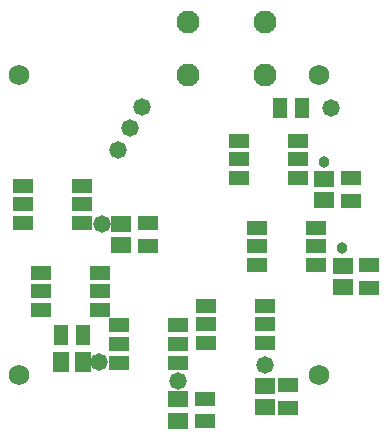
<source format=gbs>
G04*
G04 #@! TF.GenerationSoftware,Altium Limited,Altium Designer,20.0.14 (345)*
G04*
G04 Layer_Color=16711935*
%FSLAX25Y25*%
%MOIN*%
G70*
G01*
G75*
%ADD17C,0.07690*%
%ADD18C,0.06800*%
%ADD19C,0.05800*%
%ADD20C,0.03800*%
%ADD30R,0.04737X0.06509*%
%ADD31R,0.06509X0.05328*%
%ADD32R,0.05328X0.06509*%
%ADD33R,0.06509X0.04737*%
%ADD34R,0.06706X0.04737*%
D17*
X81205Y125142D02*
D03*
X106795D02*
D03*
X81205Y142858D02*
D03*
X106795D02*
D03*
D18*
X125000Y25000D02*
D03*
Y125000D02*
D03*
X25000D02*
D03*
Y25000D02*
D03*
D19*
X51500Y29500D02*
D03*
X62000Y107500D02*
D03*
X58000Y100000D02*
D03*
X66000Y114500D02*
D03*
X129000Y114000D02*
D03*
X52461Y75543D02*
D03*
X78000Y23004D02*
D03*
X107000Y28504D02*
D03*
D20*
X132500Y67500D02*
D03*
X126500Y96000D02*
D03*
D30*
X119240Y114000D02*
D03*
X111760D02*
D03*
X46240Y38500D02*
D03*
X38760D02*
D03*
D31*
X59000Y75543D02*
D03*
Y68457D02*
D03*
X78000Y17043D02*
D03*
Y9957D02*
D03*
X107000Y21543D02*
D03*
Y14457D02*
D03*
X133000Y61543D02*
D03*
Y54457D02*
D03*
X126500Y90543D02*
D03*
Y83457D02*
D03*
D32*
X46043Y29500D02*
D03*
X38957D02*
D03*
D33*
X87000Y17240D02*
D03*
Y9760D02*
D03*
X114500Y21740D02*
D03*
Y14260D02*
D03*
X141500Y61740D02*
D03*
Y54260D02*
D03*
X68000Y75740D02*
D03*
Y68260D02*
D03*
X135500Y90740D02*
D03*
Y83260D02*
D03*
D34*
X77764Y35500D02*
D03*
Y41799D02*
D03*
Y29201D02*
D03*
X58236Y41799D02*
D03*
Y35500D02*
D03*
Y29201D02*
D03*
X51764Y53000D02*
D03*
Y59299D02*
D03*
Y46701D02*
D03*
X32236Y59299D02*
D03*
Y53000D02*
D03*
Y46701D02*
D03*
X117764Y97000D02*
D03*
Y103299D02*
D03*
Y90701D02*
D03*
X98236Y103299D02*
D03*
Y97000D02*
D03*
Y90701D02*
D03*
X123764Y68000D02*
D03*
Y74299D02*
D03*
Y61701D02*
D03*
X104236Y74299D02*
D03*
Y68000D02*
D03*
Y61701D02*
D03*
X106764Y42000D02*
D03*
Y48299D02*
D03*
Y35701D02*
D03*
X87236Y48299D02*
D03*
Y42000D02*
D03*
Y35701D02*
D03*
X45764Y82000D02*
D03*
Y88299D02*
D03*
Y75701D02*
D03*
X26236Y88299D02*
D03*
Y82000D02*
D03*
Y75701D02*
D03*
M02*

</source>
